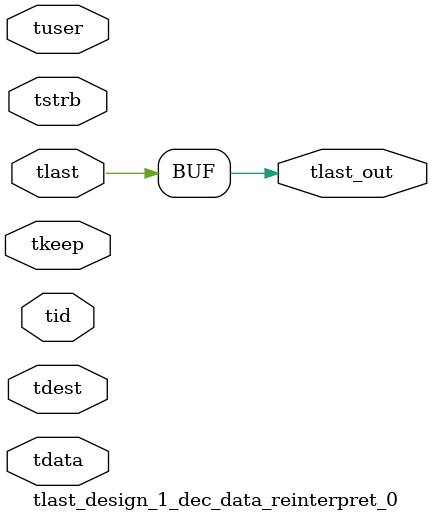
<source format=v>


`timescale 1ps/1ps

module tlast_design_1_dec_data_reinterpret_0 #
(
parameter C_S_AXIS_TID_WIDTH   = 1,
parameter C_S_AXIS_TUSER_WIDTH = 0,
parameter C_S_AXIS_TDATA_WIDTH = 0,
parameter C_S_AXIS_TDEST_WIDTH = 0
)
(
input  [(C_S_AXIS_TID_WIDTH   == 0 ? 1 : C_S_AXIS_TID_WIDTH)-1:0       ] tid,
input  [(C_S_AXIS_TDATA_WIDTH == 0 ? 1 : C_S_AXIS_TDATA_WIDTH)-1:0     ] tdata,
input  [(C_S_AXIS_TUSER_WIDTH == 0 ? 1 : C_S_AXIS_TUSER_WIDTH)-1:0     ] tuser,
input  [(C_S_AXIS_TDEST_WIDTH == 0 ? 1 : C_S_AXIS_TDEST_WIDTH)-1:0     ] tdest,
input  [(C_S_AXIS_TDATA_WIDTH/8)-1:0 ] tkeep,
input  [(C_S_AXIS_TDATA_WIDTH/8)-1:0 ] tstrb,
input  [0:0]                                                             tlast,
output                                                                   tlast_out
);

assign tlast_out = {tlast};

endmodule


</source>
